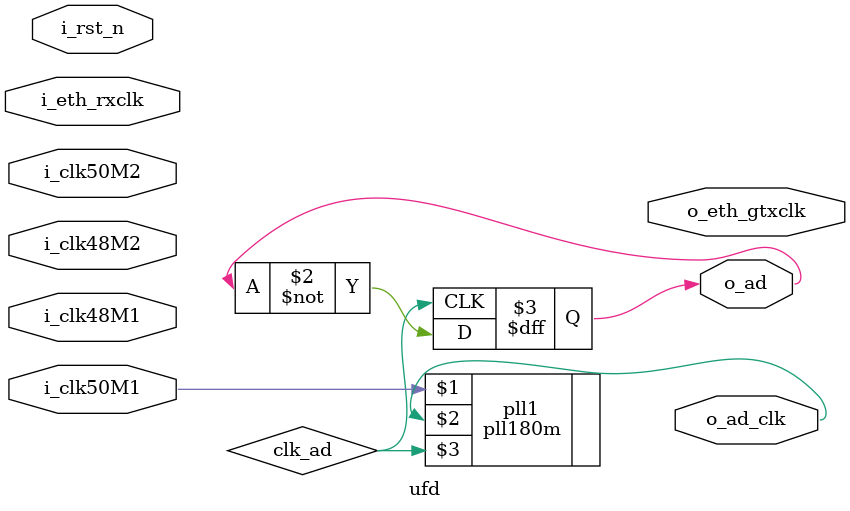
<source format=v>
module ufd
(
	input i_rst_n,
	input i_clk50M1,
	input i_clk50M2,
	input i_clk48M1,
	input i_clk48M2,
	input i_eth_rxclk,
	
	output o_eth_gtxclk,
	output o_ad_clk,
	
	output reg o_ad
);
	
	wire clk_ad;
	pll180m pll1(i_clk50M1,o_ad_clk,clk_ad);
	
	always@(posedge clk_ad)
		o_ad <= ~o_ad;
	

endmodule

</source>
